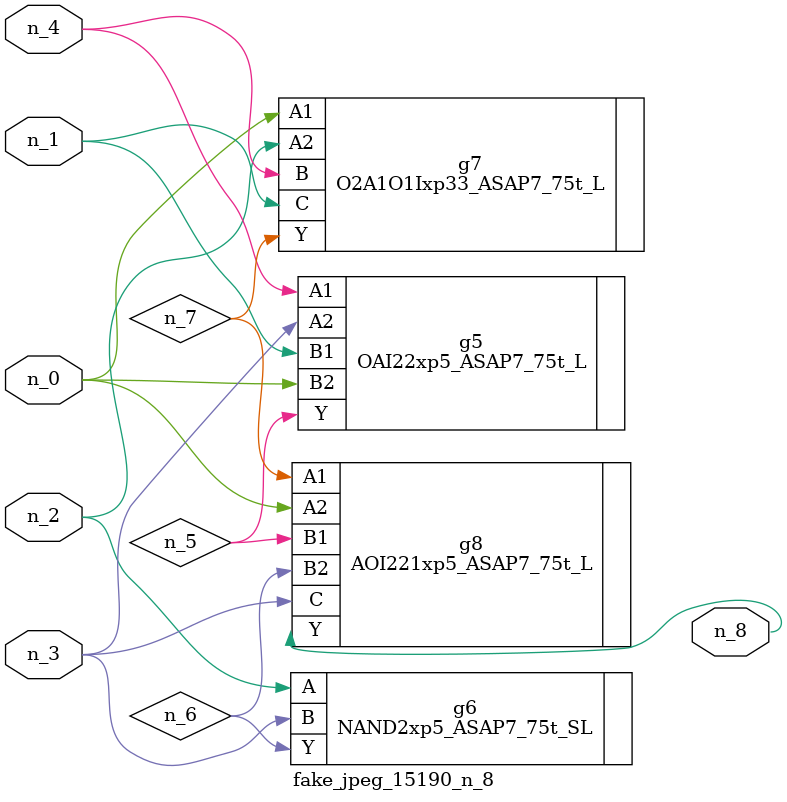
<source format=v>
module fake_jpeg_15190_n_8 (n_3, n_2, n_1, n_0, n_4, n_8);

input n_3;
input n_2;
input n_1;
input n_0;
input n_4;

output n_8;

wire n_6;
wire n_5;
wire n_7;

OAI22xp5_ASAP7_75t_L g5 ( 
.A1(n_4),
.A2(n_3),
.B1(n_1),
.B2(n_0),
.Y(n_5)
);

NAND2xp5_ASAP7_75t_SL g6 ( 
.A(n_2),
.B(n_3),
.Y(n_6)
);

O2A1O1Ixp33_ASAP7_75t_L g7 ( 
.A1(n_0),
.A2(n_2),
.B(n_4),
.C(n_1),
.Y(n_7)
);

AOI221xp5_ASAP7_75t_L g8 ( 
.A1(n_7),
.A2(n_0),
.B1(n_5),
.B2(n_6),
.C(n_3),
.Y(n_8)
);


endmodule
</source>
